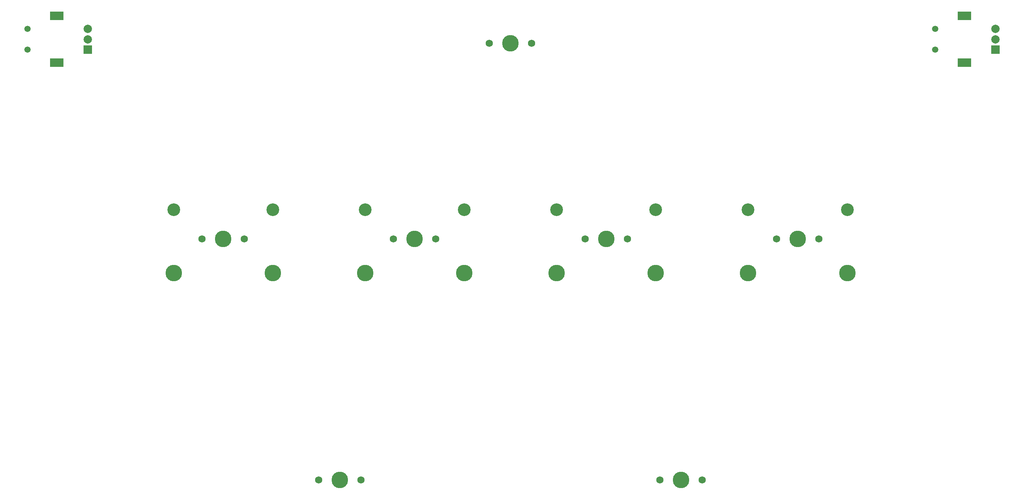
<source format=gbr>
%TF.GenerationSoftware,KiCad,Pcbnew,(5.1.9)-1*%
%TF.CreationDate,2021-02-02T18:21:00+08:00*%
%TF.ProjectId,Overdrive,4f766572-6472-4697-9665-2e6b69636164,rev?*%
%TF.SameCoordinates,Original*%
%TF.FileFunction,Soldermask,Top*%
%TF.FilePolarity,Negative*%
%FSLAX46Y46*%
G04 Gerber Fmt 4.6, Leading zero omitted, Abs format (unit mm)*
G04 Created by KiCad (PCBNEW (5.1.9)-1) date 2021-02-02 18:21:00*
%MOMM*%
%LPD*%
G01*
G04 APERTURE LIST*
%ADD10C,3.987800*%
%ADD11C,1.750000*%
%ADD12C,3.048000*%
%ADD13R,2.000000X2.000000*%
%ADD14C,2.000000*%
%ADD15R,3.200000X2.000000*%
%ADD16C,1.500000*%
G04 APERTURE END LIST*
D10*
%TO.C,START1*%
X131000000Y-23000000D03*
D11*
X125920000Y-23000000D03*
X136080000Y-23000000D03*
%TD*%
D10*
%TO.C,FX-R1*%
X172000000Y-128000000D03*
D11*
X166920000Y-128000000D03*
X177080000Y-128000000D03*
%TD*%
D10*
%TO.C,FX-L1*%
X90000000Y-128000000D03*
D11*
X84920000Y-128000000D03*
X95080000Y-128000000D03*
%TD*%
D10*
%TO.C,BT-D1*%
X200000000Y-70000000D03*
D11*
X194920000Y-70000000D03*
X205080000Y-70000000D03*
D12*
X188093750Y-63015000D03*
X211906250Y-63015000D03*
D10*
X188093750Y-78255000D03*
X211906250Y-78255000D03*
%TD*%
%TO.C,BT-C1*%
X154000000Y-70000000D03*
D11*
X148920000Y-70000000D03*
X159080000Y-70000000D03*
D12*
X142093750Y-63015000D03*
X165906250Y-63015000D03*
D10*
X142093750Y-78255000D03*
X165906250Y-78255000D03*
%TD*%
%TO.C,BT-B1*%
X108000000Y-70000000D03*
D11*
X102920000Y-70000000D03*
X113080000Y-70000000D03*
D12*
X96093750Y-63015000D03*
X119906250Y-63015000D03*
D10*
X96093750Y-78255000D03*
X119906250Y-78255000D03*
%TD*%
%TO.C,BT-A1*%
X62000000Y-70000000D03*
D11*
X56920000Y-70000000D03*
X67080000Y-70000000D03*
D12*
X50093750Y-63015000D03*
X73906250Y-63015000D03*
D10*
X50093750Y-78255000D03*
X73906250Y-78255000D03*
%TD*%
D13*
%TO.C,LASER-R1*%
X247500000Y-24500000D03*
D14*
X247500000Y-22000000D03*
X247500000Y-19500000D03*
D15*
X240000000Y-27600000D03*
X240000000Y-16400000D03*
D16*
X233000000Y-24500000D03*
X233000000Y-19500000D03*
%TD*%
D13*
%TO.C,LASER-L1*%
X29500000Y-24500000D03*
D14*
X29500000Y-22000000D03*
X29500000Y-19500000D03*
D15*
X22000000Y-27600000D03*
X22000000Y-16400000D03*
D16*
X15000000Y-24500000D03*
X15000000Y-19500000D03*
%TD*%
M02*

</source>
